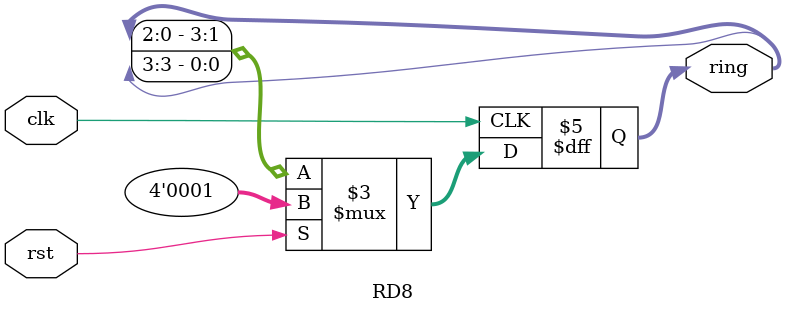
<source format=sv>
module RD8 #(parameter SIZE=4)(
  input clk, input rst,
  output reg [SIZE-1:0] ring
);
always @(posedge clk) begin
  if (rst) ring <= 'b1;
  else     ring <= {ring[SIZE-2:0], ring[SIZE-1]};
end
endmodule

</source>
